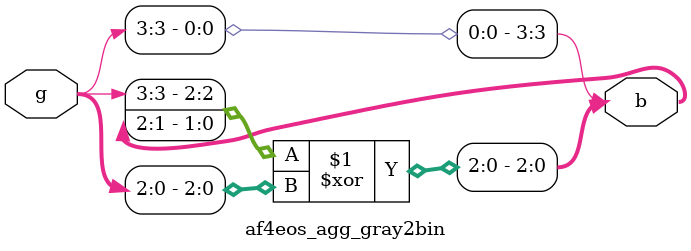
<source format=v>

module af4eos_agg_gray2bin
    (
     g,
     b
     );

////////////////////////////////////////////////////////////////////////////////
// Parameter declarations
parameter   WIDTH = 4;

////////////////////////////////////////////////////////////////////////////////
// Port declarations
input [WIDTH-1:0]   g;
output [WIDTH-1:0]  b;

////////////////////////////////////////////////////////////////////////////////
// Output declarations

////////////////////////////////////////////////////////////////////////////////
// Local logic and instantiation
wire [WIDTH-1:0]    g;
wire [WIDTH-1:0]    b;
/*
 Convert Gray to Binary: 
    Copy the most significant bit. 
    For each smaller i
    B[i] = B[i+1] ^ G[i]
 */
assign              b[WIDTH-1]  = g[WIDTH-1];
assign              b[WIDTH-2:0]= b[WIDTH-1:1] ^ g[WIDTH-2:0];

endmodule 

</source>
